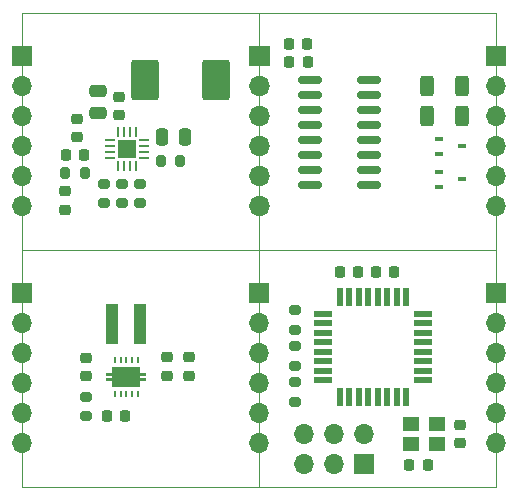
<source format=gbr>
G04 #@! TF.GenerationSoftware,KiCad,Pcbnew,(5.99.0-11522-g728b160719)*
G04 #@! TF.CreationDate,2021-08-06T10:17:42+10:00*
G04 #@! TF.ProjectId,Stencil,5374656e-6369-46c2-9e6b-696361645f70,0.2*
G04 #@! TF.SameCoordinates,Original*
G04 #@! TF.FileFunction,Soldermask,Top*
G04 #@! TF.FilePolarity,Negative*
%FSLAX46Y46*%
G04 Gerber Fmt 4.6, Leading zero omitted, Abs format (unit mm)*
G04 Created by KiCad (PCBNEW (5.99.0-11522-g728b160719)) date 2021-08-06 10:17:42*
%MOMM*%
%LPD*%
G01*
G04 APERTURE LIST*
G04 Aperture macros list*
%AMRoundRect*
0 Rectangle with rounded corners*
0 $1 Rounding radius*
0 $2 $3 $4 $5 $6 $7 $8 $9 X,Y pos of 4 corners*
0 Add a 4 corners polygon primitive as box body*
4,1,4,$2,$3,$4,$5,$6,$7,$8,$9,$2,$3,0*
0 Add four circle primitives for the rounded corners*
1,1,$1+$1,$2,$3*
1,1,$1+$1,$4,$5*
1,1,$1+$1,$6,$7*
1,1,$1+$1,$8,$9*
0 Add four rect primitives between the rounded corners*
20,1,$1+$1,$2,$3,$4,$5,0*
20,1,$1+$1,$4,$5,$6,$7,0*
20,1,$1+$1,$6,$7,$8,$9,0*
20,1,$1+$1,$8,$9,$2,$3,0*%
%AMFreePoly0*
4,1,21,-0.125000,1.200000,0.125000,1.200000,0.125000,1.700000,0.375000,1.700000,0.375000,1.200000,0.825000,1.200000,0.825000,-1.200000,0.375000,-1.200000,0.375000,-1.700000,0.125000,-1.700000,0.125000,-1.200000,-0.125000,-1.200000,-0.125000,-1.700000,-0.375000,-1.700000,-0.375000,-1.200000,-0.825000,-1.200000,-0.825000,1.200000,-0.375000,1.200000,-0.375000,1.700000,-0.125000,1.700000,
-0.125000,1.200000,-0.125000,1.200000,$1*%
G04 Aperture macros list end*
G04 #@! TA.AperFunction,Profile*
%ADD10C,0.100000*%
G04 #@! TD*
%ADD11RoundRect,0.250000X0.250000X0.475000X-0.250000X0.475000X-0.250000X-0.475000X0.250000X-0.475000X0*%
%ADD12RoundRect,0.225000X0.250000X-0.225000X0.250000X0.225000X-0.250000X0.225000X-0.250000X-0.225000X0*%
%ADD13R,1.700000X1.700000*%
%ADD14O,1.700000X1.700000*%
%ADD15RoundRect,0.200000X0.275000X-0.200000X0.275000X0.200000X-0.275000X0.200000X-0.275000X-0.200000X0*%
%ADD16RoundRect,0.225000X-0.250000X0.225000X-0.250000X-0.225000X0.250000X-0.225000X0.250000X0.225000X0*%
%ADD17R,0.700000X0.450000*%
%ADD18RoundRect,0.150000X-0.825000X-0.150000X0.825000X-0.150000X0.825000X0.150000X-0.825000X0.150000X0*%
%ADD19RoundRect,0.225000X-0.225000X-0.250000X0.225000X-0.250000X0.225000X0.250000X-0.225000X0.250000X0*%
%ADD20RoundRect,0.250000X0.475000X-0.250000X0.475000X0.250000X-0.475000X0.250000X-0.475000X-0.250000X0*%
%ADD21RoundRect,0.250000X-0.312500X-0.625000X0.312500X-0.625000X0.312500X0.625000X-0.312500X0.625000X0*%
%ADD22RoundRect,0.218750X-0.256250X0.218750X-0.256250X-0.218750X0.256250X-0.218750X0.256250X0.218750X0*%
%ADD23RoundRect,0.200000X-0.275000X0.200000X-0.275000X-0.200000X0.275000X-0.200000X0.275000X0.200000X0*%
%ADD24R,0.240000X0.600000*%
%ADD25FreePoly0,270.000000*%
%ADD26R,0.980000X3.400000*%
%ADD27R,0.550000X1.600000*%
%ADD28R,1.600000X0.550000*%
%ADD29RoundRect,0.200000X-0.200000X-0.275000X0.200000X-0.275000X0.200000X0.275000X-0.200000X0.275000X0*%
%ADD30RoundRect,0.062500X-0.375000X-0.062500X0.375000X-0.062500X0.375000X0.062500X-0.375000X0.062500X0*%
%ADD31RoundRect,0.062500X-0.062500X-0.375000X0.062500X-0.375000X0.062500X0.375000X-0.062500X0.375000X0*%
%ADD32R,1.600000X1.600000*%
%ADD33R,1.400000X1.200000*%
%ADD34RoundRect,0.225000X0.225000X0.250000X-0.225000X0.250000X-0.225000X-0.250000X0.225000X-0.250000X0*%
%ADD35RoundRect,0.235000X-0.940000X-1.465000X0.940000X-1.465000X0.940000X1.465000X-0.940000X1.465000X0*%
G04 APERTURE END LIST*
D10*
X113259000Y-96114000D02*
X93193000Y-96114000D01*
X93193000Y-96114000D02*
X93193000Y-76048000D01*
X93193000Y-76048000D02*
X113259000Y-76048000D01*
X113259000Y-76048000D02*
X113259000Y-96114000D01*
X113259000Y-76048000D02*
X93193000Y-76048000D01*
X93193000Y-76048000D02*
X93193000Y-55982000D01*
X93193000Y-55982000D02*
X113259000Y-55982000D01*
X113259000Y-55982000D02*
X113259000Y-76048000D01*
X133325000Y-96114000D02*
X113259000Y-96114000D01*
X113259000Y-96114000D02*
X113259000Y-76048000D01*
X113259000Y-76048000D02*
X133325000Y-76048000D01*
X133325000Y-76048000D02*
X133325000Y-96114000D01*
X133325000Y-76048000D02*
X113259000Y-76048000D01*
X113259000Y-76048000D02*
X113259000Y-55982000D01*
X113259000Y-55982000D02*
X133325000Y-55982000D01*
X133325000Y-55982000D02*
X133325000Y-76048000D01*
D11*
G04 #@! TO.C,C5*
X106929000Y-66548000D03*
X105029000Y-66548000D03*
G04 #@! TD*
D12*
G04 #@! TO.C,C4*
X101346000Y-64643000D03*
X101346000Y-63093000D03*
G04 #@! TD*
D13*
G04 #@! TO.C,J2*
X133325000Y-59690000D03*
D14*
X133325000Y-62230000D03*
X133325000Y-64770000D03*
X133325000Y-67310000D03*
X133325000Y-69850000D03*
X133325000Y-72390000D03*
G04 #@! TD*
D13*
G04 #@! TO.C,J1*
X113259000Y-79756000D03*
D14*
X113259000Y-82296000D03*
X113259000Y-84836000D03*
X113259000Y-87376000D03*
X113259000Y-89916000D03*
X113259000Y-92456000D03*
G04 #@! TD*
D15*
G04 #@! TO.C,R2*
X98570500Y-90145000D03*
X98570500Y-88495000D03*
G04 #@! TD*
D13*
G04 #@! TO.C,J1*
X93193000Y-59690000D03*
D14*
X93193000Y-62230000D03*
X93193000Y-64770000D03*
X93193000Y-67310000D03*
X93193000Y-69850000D03*
X93193000Y-72390000D03*
G04 #@! TD*
D12*
G04 #@! TO.C,C2*
X97790000Y-66548000D03*
X97790000Y-64998000D03*
G04 #@! TD*
D13*
G04 #@! TO.C,J1*
X113259000Y-59690000D03*
D14*
X113259000Y-62230000D03*
X113259000Y-64770000D03*
X113259000Y-67310000D03*
X113259000Y-69850000D03*
X113259000Y-72390000D03*
G04 #@! TD*
D16*
G04 #@! TO.C,C4*
X130252000Y-90894000D03*
X130252000Y-92444000D03*
G04 #@! TD*
D17*
G04 #@! TO.C,Q1*
X128453500Y-69454000D03*
X128453500Y-70754000D03*
X130453500Y-70104000D03*
G04 #@! TD*
D18*
G04 #@! TO.C,U1*
X117577000Y-61722000D03*
X117577000Y-62992000D03*
X117577000Y-64262000D03*
X117577000Y-65532000D03*
X117577000Y-66802000D03*
X117577000Y-68072000D03*
X117577000Y-69342000D03*
X117577000Y-70612000D03*
X122527000Y-70612000D03*
X122527000Y-69342000D03*
X122527000Y-68072000D03*
X122527000Y-66802000D03*
X122527000Y-65532000D03*
X122527000Y-64262000D03*
X122527000Y-62992000D03*
X122527000Y-61722000D03*
G04 #@! TD*
D17*
G04 #@! TO.C,Q2*
X128453500Y-66660000D03*
X128453500Y-67960000D03*
X130453500Y-67310000D03*
G04 #@! TD*
D19*
G04 #@! TO.C,C1*
X120079000Y-77953000D03*
X121629000Y-77953000D03*
G04 #@! TD*
D20*
G04 #@! TO.C,C3*
X99568000Y-64516000D03*
X99568000Y-62616000D03*
G04 #@! TD*
D21*
G04 #@! TO.C,R2*
X127483000Y-64770000D03*
X130408000Y-64770000D03*
G04 #@! TD*
D15*
G04 #@! TO.C,R3*
X101600000Y-72135000D03*
X101600000Y-70485000D03*
G04 #@! TD*
G04 #@! TO.C,R3*
X116282000Y-85890000D03*
X116282000Y-84240000D03*
G04 #@! TD*
D22*
G04 #@! TO.C,D1*
X96838000Y-71094500D03*
X96838000Y-72669500D03*
G04 #@! TD*
D13*
G04 #@! TO.C,J2*
X113284000Y-59690000D03*
D14*
X113284000Y-62230000D03*
X113284000Y-64770000D03*
X113284000Y-67310000D03*
X113284000Y-69850000D03*
X113284000Y-72390000D03*
G04 #@! TD*
D23*
G04 #@! TO.C,R2*
X116282000Y-81192000D03*
X116282000Y-82842000D03*
G04 #@! TD*
D24*
G04 #@! TO.C,U1*
X102999500Y-85443000D03*
X102499500Y-85443000D03*
X101999500Y-85443000D03*
X101499500Y-85443000D03*
X100999500Y-85443000D03*
X100999500Y-88243000D03*
X101499500Y-88243000D03*
X101999500Y-88243000D03*
X102499500Y-88243000D03*
X102999500Y-88243000D03*
D25*
X101999500Y-86843000D03*
G04 #@! TD*
D19*
G04 #@! TO.C,C2*
X100322500Y-90145000D03*
X101872500Y-90145000D03*
G04 #@! TD*
D26*
G04 #@! TO.C,L1*
X100814500Y-82350000D03*
X103184500Y-82350000D03*
G04 #@! TD*
D13*
G04 #@! TO.C,J1*
X93193000Y-79756000D03*
D14*
X93193000Y-82296000D03*
X93193000Y-84836000D03*
X93193000Y-87376000D03*
X93193000Y-89916000D03*
X93193000Y-92456000D03*
G04 #@! TD*
D15*
G04 #@! TO.C,R1*
X116282000Y-88938000D03*
X116282000Y-87288000D03*
G04 #@! TD*
D27*
G04 #@! TO.C,U1*
X120086000Y-88553000D03*
X120886000Y-88553000D03*
X121686000Y-88553000D03*
X122486000Y-88553000D03*
X123286000Y-88553000D03*
X124086000Y-88553000D03*
X124886000Y-88553000D03*
X125686000Y-88553000D03*
D28*
X127136000Y-87103000D03*
X127136000Y-86303000D03*
X127136000Y-85503000D03*
X127136000Y-84703000D03*
X127136000Y-83903000D03*
X127136000Y-83103000D03*
X127136000Y-82303000D03*
X127136000Y-81503000D03*
D27*
X125686000Y-80053000D03*
X124886000Y-80053000D03*
X124086000Y-80053000D03*
X123286000Y-80053000D03*
X122486000Y-80053000D03*
X121686000Y-80053000D03*
X120886000Y-80053000D03*
X120086000Y-80053000D03*
D28*
X118636000Y-81503000D03*
X118636000Y-82303000D03*
X118636000Y-83103000D03*
X118636000Y-83903000D03*
X118636000Y-84703000D03*
X118636000Y-85503000D03*
X118636000Y-86303000D03*
X118636000Y-87103000D03*
G04 #@! TD*
D29*
G04 #@! TO.C,R1*
X96838000Y-69596000D03*
X98488000Y-69596000D03*
G04 #@! TD*
D23*
G04 #@! TO.C,R4*
X103124000Y-70486000D03*
X103124000Y-72136000D03*
G04 #@! TD*
D16*
G04 #@! TO.C,C1*
X98570500Y-85192000D03*
X98570500Y-86742000D03*
G04 #@! TD*
D30*
G04 #@! TO.C,U1*
X100592500Y-66807000D03*
X100592500Y-67307000D03*
X100592500Y-67807000D03*
X100592500Y-68307000D03*
D31*
X101280000Y-68994500D03*
X101780000Y-68994500D03*
X102280000Y-68994500D03*
X102780000Y-68994500D03*
D30*
X103467500Y-68307000D03*
X103467500Y-67807000D03*
X103467500Y-67307000D03*
X103467500Y-66807000D03*
D31*
X102780000Y-66119500D03*
X102280000Y-66119500D03*
X101780000Y-66119500D03*
X101280000Y-66119500D03*
D32*
X102030000Y-67557000D03*
G04 #@! TD*
D33*
G04 #@! TO.C,Y1*
X126104000Y-92519000D03*
X128304000Y-92519000D03*
X128304000Y-90819000D03*
X126104000Y-90819000D03*
G04 #@! TD*
D16*
G04 #@! TO.C,C3*
X105428500Y-85166000D03*
X105428500Y-86716000D03*
G04 #@! TD*
D19*
G04 #@! TO.C,C2*
X115786000Y-60198000D03*
X117336000Y-60198000D03*
G04 #@! TD*
G04 #@! TO.C,C1*
X96875000Y-68072000D03*
X98425000Y-68072000D03*
G04 #@! TD*
D34*
G04 #@! TO.C,C2*
X124677000Y-77953000D03*
X123127000Y-77953000D03*
G04 #@! TD*
D29*
G04 #@! TO.C,R5*
X104902000Y-68580000D03*
X106552000Y-68580000D03*
G04 #@! TD*
D35*
G04 #@! TO.C,L1*
X103551000Y-61722000D03*
X109601000Y-61722000D03*
G04 #@! TD*
D13*
G04 #@! TO.C,J2*
X122124000Y-94209000D03*
D14*
X122124000Y-91669000D03*
X119584000Y-94209000D03*
X119584000Y-91669000D03*
X117044000Y-94209000D03*
X117044000Y-91669000D03*
G04 #@! TD*
D34*
G04 #@! TO.C,C3*
X127503000Y-94277000D03*
X125953000Y-94277000D03*
G04 #@! TD*
D21*
G04 #@! TO.C,R1*
X127483000Y-62230000D03*
X130408000Y-62230000D03*
G04 #@! TD*
D13*
G04 #@! TO.C,J3*
X133325000Y-79756000D03*
D14*
X133325000Y-82296000D03*
X133325000Y-84836000D03*
X133325000Y-87376000D03*
X133325000Y-89916000D03*
X133325000Y-92456000D03*
G04 #@! TD*
D13*
G04 #@! TO.C,J2*
X113259000Y-79756000D03*
D14*
X113259000Y-82296000D03*
X113259000Y-84836000D03*
X113259000Y-87376000D03*
X113259000Y-89916000D03*
X113259000Y-92456000D03*
G04 #@! TD*
D15*
G04 #@! TO.C,R2*
X100076000Y-72135000D03*
X100076000Y-70485000D03*
G04 #@! TD*
D19*
G04 #@! TO.C,C1*
X115773000Y-58674000D03*
X117323000Y-58674000D03*
G04 #@! TD*
D16*
G04 #@! TO.C,C4*
X107333500Y-85166000D03*
X107333500Y-86716000D03*
G04 #@! TD*
M02*

</source>
